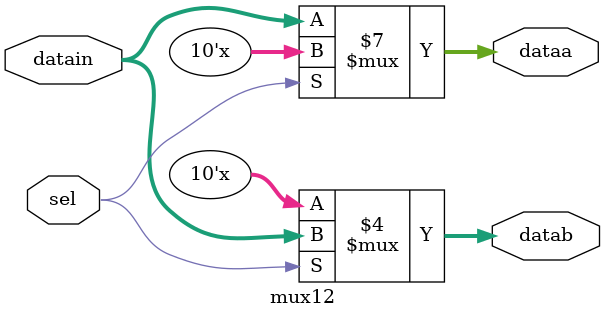
<source format=v>
module mux21(dataout,dataa,datab,sel);
input [11:0]dataa,datab;
input sel ;
output [11:0]dataout;
reg [11:0]dataout;
always@ *
if (sel==0)
dataout<=dataa;
else
dataout<=datab;
endmodule


module mux12(dataa,datab,sel,datain);
input [9:0]datain;
input sel;
output [9:0]dataa,datab;
reg [9:0]dataa,datab;
 always@ *
if (sel==0)
dataa<=datain;
else
datab<=datain;
endmodule 




</source>
